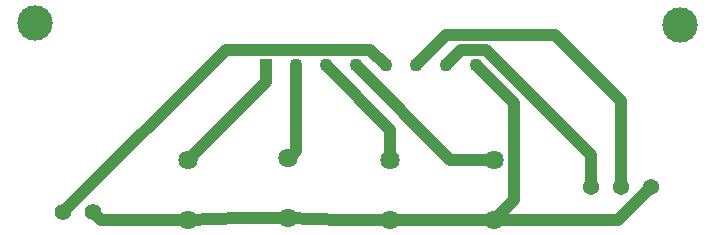
<source format=gbr>
%TF.GenerationSoftware,Altium Limited,Altium Designer,20.2.7 (254)*%
G04 Layer_Physical_Order=2*
G04 Layer_Color=16711680*
%FSLAX26Y26*%
%MOIN*%
%TF.SameCoordinates,6734EFFF-7692-4107-8553-5EC10253203B*%
%TF.FilePolarity,Positive*%
%TF.FileFunction,Copper,L2,Bot,Signal*%
%TF.Part,Single*%
G01*
G75*
%TA.AperFunction,Conductor*%
%ADD10C,0.039370*%
%TA.AperFunction,ComponentPad*%
%ADD11C,0.064370*%
%ADD12R,0.043307X0.043307*%
%ADD13C,0.043307*%
%ADD14C,0.055118*%
%ADD15C,0.053937*%
%TA.AperFunction,ViaPad*%
%ADD16C,0.118110*%
D10*
X2570000Y1740000D02*
X2696000Y1614000D01*
Y1291000D02*
Y1614000D01*
X2630000Y1225000D02*
X2696000Y1291000D01*
X2120000Y1225000D02*
X2285000D01*
X1945000Y1230000D02*
X2120000Y1225000D01*
X1320000D02*
X1610000D01*
X1295000Y1250000D02*
X1320000Y1225000D01*
X1783000Y1230000D02*
X1945000D01*
X1610000Y1225000D02*
X1783000Y1230000D01*
X1970000Y1455000D02*
Y1740000D01*
X1945000Y1430000D02*
X1970000Y1455000D01*
X2070000Y1740000D02*
X2285000Y1525000D01*
Y1425000D02*
Y1525000D01*
X2470000Y1740000D02*
X2521340Y1791340D01*
X2604660D01*
X2955000Y1441000D01*
Y1335000D02*
Y1441000D01*
X2630000Y1225000D02*
X3045000D01*
X3155000Y1335000D01*
X1870000Y1685000D02*
Y1740000D01*
X1610000Y1425000D02*
X1870000Y1685000D01*
X3055000Y1335000D02*
Y1620000D01*
X2834290Y1840710D02*
X3055000Y1620000D01*
X2470710Y1840710D02*
X2834290D01*
X2370000Y1740000D02*
X2470710Y1840710D01*
X2485000Y1425000D02*
X2630000D01*
X2170000Y1740000D02*
X2485000Y1425000D01*
X2218000Y1792000D02*
X2270000Y1740000D01*
X1737000Y1792000D02*
X2218000D01*
X1195000Y1250000D02*
X1737000Y1792000D01*
X2285000Y1225000D02*
X2630000D01*
D11*
X1610000D02*
D03*
Y1425000D02*
D03*
X1945000Y1230000D02*
D03*
Y1430000D02*
D03*
X2285000Y1225000D02*
D03*
Y1425000D02*
D03*
X2630000Y1225000D02*
D03*
Y1425000D02*
D03*
D12*
X1870000Y1740000D02*
D03*
D13*
X1970000D02*
D03*
X2070000D02*
D03*
X2170000D02*
D03*
X2270000D02*
D03*
X2370000D02*
D03*
X2470000D02*
D03*
X2570000D02*
D03*
D14*
X1295000Y1250000D02*
D03*
X1195000D02*
D03*
D15*
X3155000Y1335000D02*
D03*
X3055000D02*
D03*
X2955000D02*
D03*
D16*
X3250000Y1875000D02*
D03*
X1100000Y1880000D02*
D03*
%TF.MD5,ebe9a35c3ffcaeb795b8e53b64b1ad9d*%
M02*

</source>
